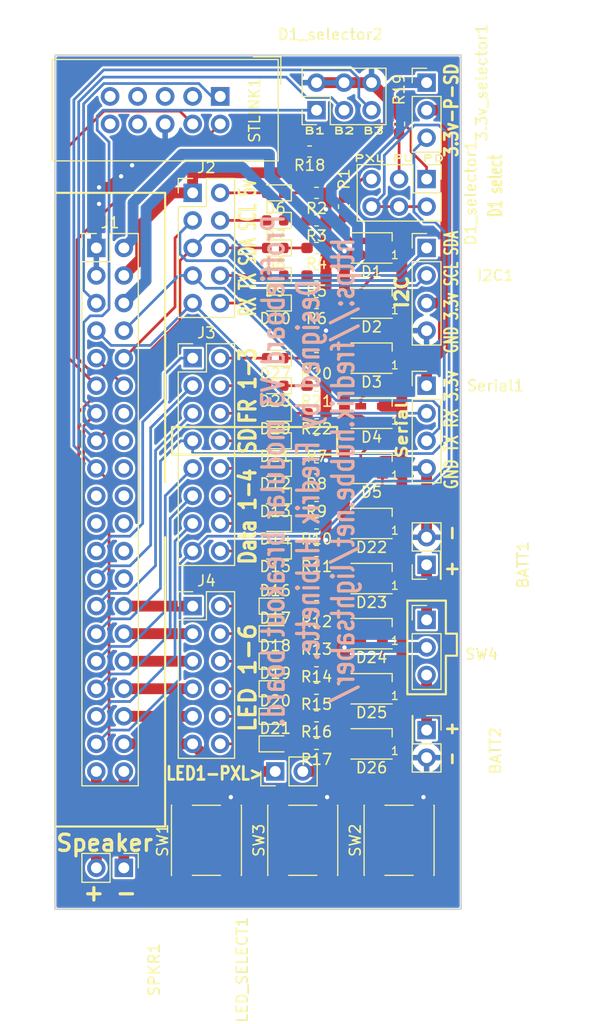
<source format=kicad_pcb>
(kicad_pcb (version 20211014) (generator pcbnew)

  (general
    (thickness 1.6)
  )

  (paper "A4")
  (layers
    (0 "F.Cu" signal)
    (31 "B.Cu" signal)
    (32 "B.Adhes" user "B.Adhesive")
    (33 "F.Adhes" user "F.Adhesive")
    (34 "B.Paste" user)
    (35 "F.Paste" user)
    (36 "B.SilkS" user "B.Silkscreen")
    (37 "F.SilkS" user "F.Silkscreen")
    (38 "B.Mask" user)
    (39 "F.Mask" user)
    (40 "Dwgs.User" user "User.Drawings")
    (41 "Cmts.User" user "User.Comments")
    (42 "Eco1.User" user "User.Eco1")
    (43 "Eco2.User" user "User.Eco2")
    (44 "Edge.Cuts" user)
    (45 "Margin" user)
    (46 "B.CrtYd" user "B.Courtyard")
    (47 "F.CrtYd" user "F.Courtyard")
    (48 "B.Fab" user)
    (49 "F.Fab" user)
  )

  (setup
    (pad_to_mask_clearance 0.0762)
    (solder_mask_min_width 0.1016)
    (pcbplotparams
      (layerselection 0x0000030_80000001)
      (disableapertmacros false)
      (usegerberextensions false)
      (usegerberattributes false)
      (usegerberadvancedattributes false)
      (creategerberjobfile false)
      (svguseinch false)
      (svgprecision 6)
      (excludeedgelayer true)
      (plotframeref false)
      (viasonmask false)
      (mode 1)
      (useauxorigin false)
      (hpglpennumber 1)
      (hpglpenspeed 20)
      (hpglpendiameter 15.000000)
      (dxfpolygonmode true)
      (dxfimperialunits true)
      (dxfusepcbnewfont true)
      (psnegative false)
      (psa4output false)
      (plotreference true)
      (plotvalue true)
      (plotinvisibletext false)
      (sketchpadsonfab false)
      (subtractmaskfromsilk false)
      (outputformat 1)
      (mirror false)
      (drillshape 1)
      (scaleselection 1)
      (outputdirectory "")
    )
  )

  (net 0 "")
  (net 1 "GND")
  (net 2 "BATT+")
  (net 3 "RESET")
  (net 4 "RX")
  (net 5 "TX")
  (net 6 "SDA")
  (net 7 "SCL")
  (net 8 "SWDIO")
  (net 9 "SWDCLK")
  (net 10 "BT1")
  (net 11 "BT2")
  (net 12 "BT3")
  (net 13 "Data5")
  (net 14 "Data4")
  (net 15 "Data3")
  (net 16 "Data2")
  (net 17 "Data1")
  (net 18 "Net-(J1-Pad39)")
  (net 19 "Net-(J1-Pad40)")
  (net 20 "5V")
  (net 21 "unconnected-(D26-Pad1)")
  (net 22 "unconnected-(J1-Pad14)")
  (net 23 "unconnected-(J1-Pad16)")
  (net 24 "unconnected-(J1-Pad18)")
  (net 25 "unconnected-(J1-Pad19)")
  (net 26 "unconnected-(J1-Pad20)")
  (net 27 "unconnected-(J1-Pad21)")
  (net 28 "unconnected-(J1-Pad22)")
  (net 29 "3.3V")
  (net 30 "3.3v_periph")
  (net 31 "Net-(BATT1-Pad1)")
  (net 32 "Net-(BATT2-Pad1)")
  (net 33 "Net-(D1-Pad1)")
  (net 34 "Net-(D1-Pad2)")
  (net 35 "Net-(D6-Pad1)")
  (net 36 "Net-(D6-Pad2)")
  (net 37 "Net-(D7-Pad1)")
  (net 38 "Net-(D7-Pad2)")
  (net 39 "Net-(D8-Pad2)")
  (net 40 "Net-(D8-Pad1)")
  (net 41 "Net-(D9-Pad1)")
  (net 42 "Net-(D9-Pad2)")
  (net 43 "Net-(D10-Pad2)")
  (net 44 "Net-(D10-Pad1)")
  (net 45 "Net-(D11-Pad1)")
  (net 46 "Net-(D11-Pad2)")
  (net 47 "Net-(D12-Pad2)")
  (net 48 "Net-(D12-Pad1)")
  (net 49 "Net-(D13-Pad1)")
  (net 50 "Net-(D13-Pad2)")
  (net 51 "Net-(D14-Pad2)")
  (net 52 "Net-(D14-Pad1)")
  (net 53 "Net-(D15-Pad1)")
  (net 54 "Net-(D15-Pad2)")
  (net 55 "Net-(D16-Pad1)")
  (net 56 "Net-(D16-Pad2)")
  (net 57 "Net-(D17-Pad2)")
  (net 58 "Net-(D17-Pad1)")
  (net 59 "Net-(D18-Pad1)")
  (net 60 "Net-(D18-Pad2)")
  (net 61 "Net-(D19-Pad2)")
  (net 62 "Net-(D19-Pad1)")
  (net 63 "Net-(D20-Pad2)")
  (net 64 "Net-(D20-Pad1)")
  (net 65 "Net-(D21-Pad2)")
  (net 66 "Net-(D21-Pad1)")
  (net 67 "Net-(D1_selector1-Pad1)")
  (net 68 "Net-(D1_selector1-Pad3)")
  (net 69 "DIN")
  (net 70 "unconnected-(J1-Pad24)")
  (net 71 "unconnected-(J1-Pad26)")
  (net 72 "unconnected-(STLINK1-Pad3)")
  (net 73 "unconnected-(STLINK1-Pad5)")
  (net 74 "unconnected-(STLINK1-Pad7)")
  (net 75 "unconnected-(STLINK1-Pad8)")
  (net 76 "unconnected-(STLINK1-Pad9)")
  (net 77 "Net-(J1-Pad28)")
  (net 78 "Net-(J1-Pad30)")
  (net 79 "Net-(J1-Pad32)")
  (net 80 "Net-(J1-Pad34)")
  (net 81 "Net-(J1-Pad36)")
  (net 82 "LED1")
  (net 83 "Net-(D1-Pad3)")
  (net 84 "Net-(D2-Pad1)")
  (net 85 "Net-(D3-Pad1)")
  (net 86 "Net-(D4-Pad1)")
  (net 87 "Net-(D22-Pad3)")
  (net 88 "Net-(D22-Pad1)")
  (net 89 "Net-(D23-Pad1)")
  (net 90 "Net-(D24-Pad1)")
  (net 91 "Net-(D25-Pad1)")
  (net 92 "unconnected-(STLINK1-Pad10)")
  (net 93 "Net-(D27-Pad1)")
  (net 94 "Net-(D27-Pad2)")
  (net 95 "Net-(D28-Pad2)")
  (net 96 "Net-(D28-Pad1)")
  (net 97 "Net-(D29-Pad1)")
  (net 98 "Net-(D29-Pad2)")
  (net 99 "Free3")
  (net 100 "Free2")
  (net 101 "Free1")

  (footprint "LED_SMD:LED_SK6805_PLCC4_2.4x2.7mm_P1.3mm" (layer "F.Cu") (at 110.49 124.46 180))

  (footprint "LED_SMD:LED_0603_1608Metric" (layer "F.Cu") (at 101.6 101.6 180))

  (footprint "LED_SMD:LED_0603_1608Metric" (layer "F.Cu") (at 101.6 104.14 180))

  (footprint "LED_SMD:LED_0603_1608Metric" (layer "F.Cu") (at 101.6 106.68 180))

  (footprint "LED_SMD:LED_0603_1608Metric" (layer "F.Cu") (at 101.6 109.22 180))

  (footprint "LED_SMD:LED_0603_1608Metric" (layer "F.Cu") (at 101.6 121.92 180))

  (footprint "LED_SMD:LED_0603_1608Metric" (layer "F.Cu") (at 101.6 124.46 180))

  (footprint "LED_SMD:LED_0603_1608Metric" (layer "F.Cu") (at 101.6 127 180))

  (footprint "LED_SMD:LED_0603_1608Metric" (layer "F.Cu") (at 101.6 129.54 180))

  (footprint "LED_SMD:LED_0603_1608Metric" (layer "F.Cu") (at 101.6 132.08 180))

  (footprint "LED_SMD:LED_0603_1608Metric" (layer "F.Cu") (at 101.6 137.16))

  (footprint "LED_SMD:LED_0603_1608Metric" (layer "F.Cu") (at 101.6 139.7))

  (footprint "LED_SMD:LED_0603_1608Metric" (layer "F.Cu") (at 101.6 142.24))

  (footprint "LED_SMD:LED_0603_1608Metric" (layer "F.Cu") (at 101.6 144.78))

  (footprint "LED_SMD:LED_0603_1608Metric" (layer "F.Cu") (at 101.6 149.86))

  (footprint "LED_SMD:LED_SK6805_PLCC4_2.4x2.7mm_P1.3mm" (layer "F.Cu") (at 110.49 134.62 180))

  (footprint "Connector_PinHeader_2.54mm:PinHeader_2x05_P2.54mm_Vertical" (layer "F.Cu") (at 93.98 99.06))

  (footprint "Connector_PinHeader_2.54mm:PinHeader_2x06_P2.54mm_Vertical" (layer "F.Cu") (at 93.98 137.16))

  (footprint "Resistor_SMD:R_0603_1608Metric_Pad1.05x0.95mm_HandSolder" (layer "F.Cu") (at 105.41 99.06 180))

  (footprint "Resistor_SMD:R_0603_1608Metric_Pad1.05x0.95mm_HandSolder" (layer "F.Cu") (at 105.41 101.6 180))

  (footprint "Resistor_SMD:R_0603_1608Metric_Pad1.05x0.95mm_HandSolder" (layer "F.Cu") (at 105.41 104.14 180))

  (footprint "Resistor_SMD:R_0603_1608Metric_Pad1.05x0.95mm_HandSolder" (layer "F.Cu") (at 105.41 109.22 180))

  (footprint "Resistor_SMD:R_0603_1608Metric_Pad1.05x0.95mm_HandSolder" (layer "F.Cu") (at 105.41 121.92 180))

  (footprint "Resistor_SMD:R_0603_1608Metric_Pad1.05x0.95mm_HandSolder" (layer "F.Cu") (at 105.41 124.46 180))

  (footprint "Resistor_SMD:R_0603_1608Metric_Pad1.05x0.95mm_HandSolder" (layer "F.Cu") (at 105.41 127 180))

  (footprint "Resistor_SMD:R_0603_1608Metric_Pad1.05x0.95mm_HandSolder" (layer "F.Cu") (at 105.41 129.54 180))

  (footprint "Resistor_SMD:R_0603_1608Metric_Pad1.05x0.95mm_HandSolder" (layer "F.Cu") (at 105.41 132.08 180))

  (footprint "Resistor_SMD:R_0603_1608Metric_Pad1.05x0.95mm_HandSolder" (layer "F.Cu") (at 105.41 139.7 180))

  (footprint "Resistor_SMD:R_0603_1608Metric_Pad1.05x0.95mm_HandSolder" (layer "F.Cu") (at 105.41 142.24 180))

  (footprint "Resistor_SMD:R_0603_1608Metric_Pad1.05x0.95mm_HandSolder" (layer "F.Cu") (at 105.41 144.78 180))

  (footprint "Resistor_SMD:R_0603_1608Metric_Pad1.05x0.95mm_HandSolder" (layer "F.Cu") (at 105.41 147.32 180))

  (footprint "Resistor_SMD:R_0603_1608Metric_Pad1.05x0.95mm_HandSolder" (layer "F.Cu") (at 105.41 149.86 180))

  (footprint "Connector_PinHeader_2.54mm:PinHeader_1x02_P2.54mm_Vertical" (layer "F.Cu") (at 87.63 161.29 -90))

  (footprint "Button_Switch_SMD:SW_SPST_PTS645" (layer "F.Cu") (at 113.03 158.75 90))

  (footprint "Button_Switch_SMD:SW_SPST_PTS645" (layer "F.Cu") (at 104.14 158.75 90))

  (footprint "LED_SMD:LED_0603_1608Metric" (layer "F.Cu") (at 101.6 147.32))

  (footprint "Resistor_SMD:R_0603_1608Metric_Pad1.05x0.95mm_HandSolder" (layer "F.Cu") (at 105.41 137.16 180))

  (footprint "LED_SMD:LED_SK6805_PLCC4_2.4x2.7mm_P1.3mm" (layer "F.Cu") (at 110.49 139.7 180))

  (footprint "LED_SMD:LED_SK6805_PLCC4_2.4x2.7mm_P1.3mm" (layer "F.Cu") (at 110.49 114.3 180))

  (footprint "LED_SMD:LED_0603_1608Metric" (layer "F.Cu") (at 101.6 99.06 180))

  (footprint "Resistor_SMD:R_0603_1608Metric_Pad1.05x0.95mm_HandSolder" (layer "F.Cu") (at 105.41 106.68 180))

  (footprint "Connector_PinHeader_2.54mm:PinHeader_2x01_P2.54mm_Vertical" (layer "F.Cu") (at 115.57 133.35 90))

  (footprint "Connector_PinHeader_2.54mm:PinHeader_1x04_P2.54mm_Vertical" (layer "F.Cu") (at 115.57 104.14))

  (footprint "LED_SMD:LED_SK6805_PLCC4_2.4x2.7mm_P1.3mm" (layer "F.Cu") (at 110.49 149.86 180))

  (footprint "LED_SMD:LED_SK6805_PLCC4_2.4x2.7mm_P1.3mm" (layer "F.Cu") (at 110.49 104.14 180))

  (footprint "LED_SMD:LED_SK6805_PLCC4_2.4x2.7mm_P1.3mm" (layer "F.Cu") (at 110.49 144.78 180))

  (footprint "Resistor_SMD:R_0603_1608Metric_Pad1.05x0.95mm_HandSolder" (layer "F.Cu") (at 104.775 95.25 180))

  (footprint "Connector_PinHeader_2.54mm:PinHeader_1x03_P2.54mm_Vertical" (layer "F.Cu") (at 115.57 138.43))

  (footprint "Connector_PinHeader_2.54mm:PinHeader_2x20_P2.54mm_Vertical" (layer "F.Cu") (at 85.09 104.14))

  (footprint "Connector_PinHeader_2.54mm:PinHeader_1x03_P2.54mm_Vertical" (layer "F.Cu") (at 115.57 88.9))

  (footprint "LED_SMD:LED_SK6805_PLCC4_2.4x2.7mm_P1.3mm" (layer "F.Cu") (at 110.49 109.22 180))

  (footprint "LED_SMD:LED_SK6805_PLCC4_2.4x2.7mm_P1.3mm" (layer "F.Cu") (at 110.49 119.38 180))

  (footprint "LED_SMD:LED_SK6805_PLCC4_2.4x2.7mm_P1.3mm" (layer "F.Cu") (at 110.49 129.54 180))

  (footprint "Connector_PinHeader_2.54mm:PinHeader_2x01_P2.54mm_Vertical" (layer "F.Cu")
    (tedit 59FED5CC) (tstamp 00000000-0000-0000-0000-00005d14b67d)
    (at 115.57 148.59 -90)
    (descr "Through hole straight pin header, 2x01, 2.54mm pitch, double rows")
    (tags "Through hole pin header THT 2x01 2.54mm double row")
    (property "Sheetfile" "/net/cytocin/raid/home/hubbe/hack/teensy/lightsaber/v6_test_rig/v4_autotest2.sch")
    (property "Sheetname" "")
    (path "/00000000-0000-0000-0000-00005cfa094d")
    (attr through_hole)
    (fp_text reference "BATT2" (at 1.905 -6.35 -90) (layer "F.SilkS")
      (effects (font (size 1 1) (thickness 0.15)))
      (tstamp 69f4ebef-4bf6-4f32-aac3-e5f18d74c161)
    )
    (fp_text value "Conn_01x02" (at 1.27 2.33 -90) (layer "F.Fab")
      (effects (font (size 1 1) (thickness 0.15)))
      (tstamp a2f5f1a1-ccae-490e-88c6-7e34473c9d99)
    )
    (fp_text user "${REFERENCE}" (at 1.27 -12.7) (layer "F.Fab")
      (effects (font (size 1 1) (thickness 0.15)))
      (tstamp df08c33e-fc97-4b80-b07e-8b58f38e87a2)
    )
    (fp_line (start 1.27 -1.33) (end 3.87 -1.33) (layer "F.SilkS") (width 0.12) (tstamp 19c7b812-e6b5-4409-95b0-82e1897c0e85))
    (fp_line (start 3.87 -1.33) (end 3.87 1.33) (layer "F.SilkS") (width 0.12) (tstamp 2dffa79d-0855-426e-a9de-81fc8b21dfc5))
    (fp_line (start -1.33 1.27) (end -1.33 1.33) (layer "F.SilkS") (width 0.12) (tstamp 389964bc-5de0-46a2-8b18-445c59b8776f))
    (fp_line (start -1.33 1.33) (end 3.87 1.33) (layer "F.SilkS") (width 0.12) (tstamp 6a428bdf-0963-415d-bbe0-845de57b2708))
    (fp_line (start 1.27 1.27) (end 1.27 -1.33) (layer "F.SilkS") (width 0.12) (tstamp 6f7faa18-9c08-40d5-bf1b-c8176ba787b9))
    (fp_line (start -1.33 -1.33) (end 0 -1.33) (layer "F.SilkS") (width 0.12) (tstamp 911f5a0a-c2b6-418d-a5ce-de511148cf0d))
    (fp_line (start -1.33 0) (end -1.33 -1.33) (layer "F.SilkS") (width 0.12) (tstamp bd71b384-2602-4d10-b933-9f8d77202835))
    (fp_line (start -1.33 1.27) (end 1.27 1.27) (layer "F.SilkS") (width 0.12) (tstamp de7ae96f-92e9-4174-8ce6-f787eafcf6e2))
    (fp_line (start -1.8 -1.8) (end -1.8 1.8) (layer "F.CrtYd") (width 0.05) (tstamp 1ad37bcc-bb39-4fa0-927f-3ac8f42ec987))
    (fp_line (start 4.35 -1.8) (end -1.8 -1.8) (layer "F.CrtYd") (width 0.05) (tstamp 963e6525-6ced-4cbd-8b10-ea976744cab9))
    (fp_line (start 4.35 1.8) (end 4.35 -1.8) (layer "F.CrtYd") (width 0.05) (tstamp 9842e685-9513-4a00-ba76-ed0aaf328380))
    (fp_line (start -1.8 1.8) (end 4.35 1.8) (layer "F.CrtYd") (width 0.05) (tstamp bba1858f-9eec-4126-84b4-ec067f89beae))
    (fp_line (start 3.81 1.27) (end -1.27 1.27) (layer "F.Fab") (width 0.1) (tstamp 2639d7c4-f8c7-419d-91b7-b185a1a7cbfd))
    (fp_line (start 0 -1.27) (end 3.81 -1.27) (layer "F.Fab") (width 0.1) (tstamp 359e6478-f17b-4c40-bbd4-91f30a5edb49))
    (fp_line (start 3.81 -1.27) (end 3.81 1.27) (layer "F.Fab") (width 0.1) (tstamp bdd25c37-5bee-47d7-9910-10089ea39bff))
    (fp_line (start -1.27 1.27) (end -1.27 0) (layer "F.Fab") (width 0.1) (tstamp dc2135cc-a4e6-4996-be11-50c2dcf12bae))
    (fp_line (start -1.27 0) (end 0 -1.27) (layer "F.Fab") (width 0.1) (tstamp e83d44e3-1322-4ee0-a7c1-259439dc7c
... [396625 chars truncated]
</source>
